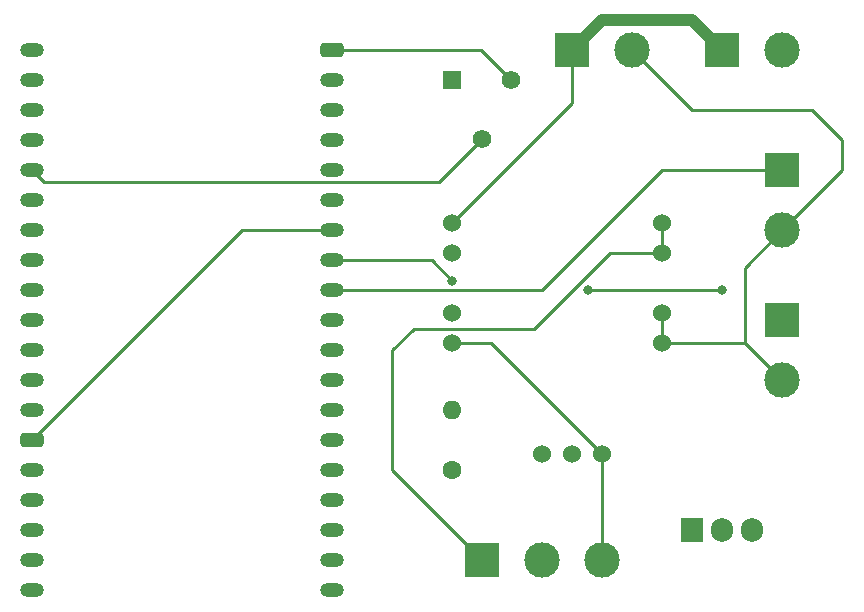
<source format=gbr>
%TF.GenerationSoftware,KiCad,Pcbnew,6.0.2+dfsg-1*%
%TF.CreationDate,2022-06-22T21:08:06-04:00*%
%TF.ProjectId,NodeMCU-32S,4e6f6465-4d43-4552-9d33-32532e6b6963,rev?*%
%TF.SameCoordinates,Original*%
%TF.FileFunction,Copper,L1,Top*%
%TF.FilePolarity,Positive*%
%FSLAX46Y46*%
G04 Gerber Fmt 4.6, Leading zero omitted, Abs format (unit mm)*
G04 Created by KiCad (PCBNEW 6.0.2+dfsg-1) date 2022-06-22 21:08:06*
%MOMM*%
%LPD*%
G01*
G04 APERTURE LIST*
G04 Aperture macros list*
%AMRoundRect*
0 Rectangle with rounded corners*
0 $1 Rounding radius*
0 $2 $3 $4 $5 $6 $7 $8 $9 X,Y pos of 4 corners*
0 Add a 4 corners polygon primitive as box body*
4,1,4,$2,$3,$4,$5,$6,$7,$8,$9,$2,$3,0*
0 Add four circle primitives for the rounded corners*
1,1,$1+$1,$2,$3*
1,1,$1+$1,$4,$5*
1,1,$1+$1,$6,$7*
1,1,$1+$1,$8,$9*
0 Add four rect primitives between the rounded corners*
20,1,$1+$1,$2,$3,$4,$5,0*
20,1,$1+$1,$4,$5,$6,$7,0*
20,1,$1+$1,$6,$7,$8,$9,0*
20,1,$1+$1,$8,$9,$2,$3,0*%
G04 Aperture macros list end*
%TA.AperFunction,ComponentPad*%
%ADD10R,3.000000X3.000000*%
%TD*%
%TA.AperFunction,ComponentPad*%
%ADD11C,3.000000*%
%TD*%
%TA.AperFunction,ComponentPad*%
%ADD12R,1.905000X2.000000*%
%TD*%
%TA.AperFunction,ComponentPad*%
%ADD13O,1.905000X2.000000*%
%TD*%
%TA.AperFunction,ComponentPad*%
%ADD14C,1.524000*%
%TD*%
%TA.AperFunction,ComponentPad*%
%ADD15R,1.560000X1.560000*%
%TD*%
%TA.AperFunction,ComponentPad*%
%ADD16C,1.560000*%
%TD*%
%TA.AperFunction,ComponentPad*%
%ADD17O,2.000000X1.200000*%
%TD*%
%TA.AperFunction,ComponentPad*%
%ADD18RoundRect,0.300000X-0.700000X0.300000X-0.700000X-0.300000X0.700000X-0.300000X0.700000X0.300000X0*%
%TD*%
%TA.AperFunction,ComponentPad*%
%ADD19C,1.600000*%
%TD*%
%TA.AperFunction,ComponentPad*%
%ADD20O,1.600000X1.600000*%
%TD*%
%TA.AperFunction,ViaPad*%
%ADD21C,0.800000*%
%TD*%
%TA.AperFunction,Conductor*%
%ADD22C,0.250000*%
%TD*%
%TA.AperFunction,Conductor*%
%ADD23C,1.000000*%
%TD*%
G04 APERTURE END LIST*
D10*
%TO.P,J5,1,Pin_1*%
%TO.N,+5V*%
X109220000Y-104140000D03*
D11*
%TO.P,J5,2,Pin_2*%
%TO.N,ENABLE*%
X114300000Y-104140000D03*
%TO.P,J5,3,Pin_3*%
%TO.N,GND*%
X119380000Y-104140000D03*
%TD*%
D12*
%TO.P,Q1,1,G*%
%TO.N,Net-(Q1-Pad1)*%
X127000000Y-101600000D03*
D13*
%TO.P,Q1,2,D*%
%TO.N,MOSFET_GND*%
X129540000Y-101600000D03*
%TO.P,Q1,3,S*%
%TO.N,GND*%
X132080000Y-101600000D03*
%TD*%
D14*
%TO.P,U2,1,IN+*%
%TO.N,VCC*%
X106680000Y-78085000D03*
X106680000Y-75545000D03*
%TO.P,U2,2,IN-*%
%TO.N,GND*%
X106680000Y-83165000D03*
X106680000Y-85705000D03*
%TO.P,U2,3,5v*%
%TO.N,+5V*%
X124460000Y-78085000D03*
X124460000Y-75545000D03*
%TO.P,U2,4,5v-*%
%TO.N,GND*%
X124460000Y-83165000D03*
X124460000Y-85705000D03*
%TD*%
D10*
%TO.P,J4,1,Pin_1*%
%TO.N,PUL*%
X134620000Y-83820000D03*
D11*
%TO.P,J4,2,Pin_2*%
%TO.N,GND*%
X134620000Y-88900000D03*
%TD*%
D10*
%TO.P,J2,1,Pin_1*%
%TO.N,VCC*%
X116840000Y-60960000D03*
D11*
%TO.P,J2,2,Pin_2*%
%TO.N,GND*%
X121920000Y-60960000D03*
%TD*%
D10*
%TO.P,J3,1,Pin_1*%
%TO.N,DIR*%
X134620000Y-71120000D03*
D11*
%TO.P,J3,2,Pin_2*%
%TO.N,GND*%
X134620000Y-76200000D03*
%TD*%
D15*
%TO.P,RV1,1,1*%
%TO.N,+5V*%
X106680000Y-63500000D03*
D16*
%TO.P,RV1,2,2*%
%TO.N,Net-(RV1-Pad2)*%
X109180000Y-68500000D03*
%TO.P,RV1,3,3*%
%TO.N,GND*%
X111680000Y-63500000D03*
%TD*%
D17*
%TO.P,U1,1,3V3*%
%TO.N,unconnected-(U1-Pad1)*%
X71123680Y-60962720D03*
%TO.P,U1,2,CHIP_PU*%
%TO.N,unconnected-(U1-Pad2)*%
X71123680Y-63502720D03*
%TO.P,U1,3,SENSOR_VP/GPIO36/ADC1_CH0*%
%TO.N,unconnected-(U1-Pad3)*%
X71123680Y-66042720D03*
%TO.P,U1,4,SENSOR_VN/GPIO39/ADC1_CH3*%
%TO.N,unconnected-(U1-Pad4)*%
X71123680Y-68582720D03*
%TO.P,U1,5,VDET_1/GPIO34/ADC1_CH6*%
%TO.N,Net-(RV1-Pad2)*%
X71123680Y-71122720D03*
%TO.P,U1,6,VDET_2/GPIO35/ADC1_CH7*%
%TO.N,unconnected-(U1-Pad6)*%
X71123680Y-73662720D03*
%TO.P,U1,7,32K_XP/GPIO32/ADC1_CH4*%
%TO.N,unconnected-(U1-Pad7)*%
X71123680Y-76202720D03*
%TO.P,U1,8,32K_XN/GPIO33/ADC1_CH5*%
%TO.N,unconnected-(U1-Pad8)*%
X71123680Y-78742720D03*
%TO.P,U1,9,DAC_1/ADC2_CH8/GPIO25*%
%TO.N,unconnected-(U1-Pad9)*%
X71123680Y-81282720D03*
%TO.P,U1,10,DAC_2/ADC2_CH9/GPIO26*%
%TO.N,unconnected-(U1-Pad10)*%
X71123680Y-83822720D03*
%TO.P,U1,11,ADC2_CH7/GPIO27*%
%TO.N,unconnected-(U1-Pad11)*%
X71123680Y-86362720D03*
%TO.P,U1,12,MTMS/GPIO14/ADC2_CH6*%
%TO.N,unconnected-(U1-Pad12)*%
X71123680Y-88902720D03*
%TO.P,U1,13,\u002AMTDI/GPIO12/ADC2_CH5*%
%TO.N,unconnected-(U1-Pad13)*%
X71123680Y-91442720D03*
D18*
%TO.P,U1,14,GND*%
%TO.N,GND*%
X71123680Y-93982720D03*
D17*
%TO.P,U1,15,MTCK/GPIO13/ADC2_CH4*%
%TO.N,unconnected-(U1-Pad15)*%
X71123680Y-96522720D03*
%TO.P,U1,16,SD_DATA2/GPIO9*%
%TO.N,unconnected-(U1-Pad16)*%
X71123680Y-99062720D03*
%TO.P,U1,17,SD_DATA3/GPIO10*%
%TO.N,unconnected-(U1-Pad17)*%
X71123680Y-101602720D03*
%TO.P,U1,18,CMD*%
%TO.N,unconnected-(U1-Pad18)*%
X71123680Y-104142720D03*
%TO.P,U1,19,5V*%
%TO.N,+5V*%
X71123680Y-106682720D03*
%TO.P,U1,20,SD_CLK/GPIO6*%
%TO.N,unconnected-(U1-Pad20)*%
X96520000Y-106680000D03*
%TO.P,U1,21,SD_DATA0/GPIO7*%
%TO.N,unconnected-(U1-Pad21)*%
X96520000Y-104140000D03*
%TO.P,U1,22,SD_DATA1/GPIO8*%
%TO.N,unconnected-(U1-Pad22)*%
X96523680Y-101602720D03*
%TO.P,U1,23,\u002AMTDO/GPIO15/ADC2_CH3*%
%TO.N,unconnected-(U1-Pad23)*%
X96523680Y-99062720D03*
%TO.P,U1,24,ADC2_CH2/\u002AGPIO2*%
%TO.N,unconnected-(U1-Pad24)*%
X96523680Y-96522720D03*
%TO.P,U1,25,\u002AGPIO0/BOOT/ADC2_CH1*%
%TO.N,unconnected-(U1-Pad25)*%
X96523680Y-93982720D03*
%TO.P,U1,26,ADC2_CH0/GPIO4*%
%TO.N,unconnected-(U1-Pad26)*%
X96523680Y-91442720D03*
%TO.P,U1,27,GPIO16*%
%TO.N,unconnected-(U1-Pad27)*%
X96523680Y-88902720D03*
%TO.P,U1,28,GPIO17*%
%TO.N,unconnected-(U1-Pad28)*%
X96523680Y-86362720D03*
%TO.P,U1,29,\u002AGPIO5*%
%TO.N,unconnected-(U1-Pad29)*%
X96523680Y-83822720D03*
%TO.P,U1,30,GPIO18*%
%TO.N,DIR*%
X96523680Y-81282720D03*
%TO.P,U1,31,GPIO19*%
%TO.N,PUL*%
X96523680Y-78742720D03*
%TO.P,U1,32,GND*%
%TO.N,GND*%
X96523680Y-76202720D03*
%TO.P,U1,33,GPIO21*%
%TO.N,unconnected-(U1-Pad33)*%
X96523680Y-73662720D03*
%TO.P,U1,34,U0RXD/GPIO3*%
%TO.N,unconnected-(U1-Pad34)*%
X96523680Y-71122720D03*
%TO.P,U1,35,U0TXD/GPIO1*%
%TO.N,unconnected-(U1-Pad35)*%
X96523680Y-68582720D03*
%TO.P,U1,36,GPIO22*%
%TO.N,unconnected-(U1-Pad36)*%
X96523680Y-66042720D03*
%TO.P,U1,37,GPIO23*%
%TO.N,ENABLE*%
X96523680Y-63502720D03*
D18*
%TO.P,U1,38,GND*%
%TO.N,GND*%
X96523680Y-60962720D03*
%TD*%
D19*
%TO.P,R1,1*%
%TO.N,ENABLE*%
X106680000Y-96520000D03*
D20*
%TO.P,R1,2*%
%TO.N,Net-(Q1-Pad1)*%
X106680000Y-91440000D03*
%TD*%
D14*
%TO.P,SW1,3,C*%
%TO.N,GND*%
X119380000Y-95155000D03*
%TO.P,SW1,2,B*%
%TO.N,Variable Ground*%
X116840000Y-95155000D03*
%TO.P,SW1,1,A*%
%TO.N,MOSFET_GND*%
X114300000Y-95155000D03*
%TD*%
D10*
%TO.P,J1,1,Pin_1*%
%TO.N,VCC*%
X129540000Y-60960000D03*
D11*
%TO.P,J1,2,Pin_2*%
%TO.N,Variable Ground*%
X134620000Y-60960000D03*
%TD*%
D21*
%TO.N,PUL*%
X118205500Y-81280000D03*
X129540000Y-81280000D03*
X106680000Y-80508220D03*
%TD*%
D22*
%TO.N,GND*%
X139700000Y-68580000D02*
X139700000Y-71120000D01*
X137160000Y-66040000D02*
X139700000Y-68580000D01*
X121920000Y-60960000D02*
X127000000Y-66040000D01*
X127000000Y-66040000D02*
X137160000Y-66040000D01*
X139700000Y-71120000D02*
X134620000Y-76200000D01*
%TO.N,VCC*%
X116840000Y-65385000D02*
X106680000Y-75545000D01*
D23*
X116840000Y-60960000D02*
X119380000Y-58420000D01*
X119380000Y-58420000D02*
X127000000Y-58420000D01*
X127000000Y-58420000D02*
X129540000Y-60960000D01*
D22*
X116840000Y-60960000D02*
X116840000Y-65385000D01*
%TO.N,GND*%
X131425000Y-85705000D02*
X134620000Y-88900000D01*
X109142720Y-60962720D02*
X111680000Y-63500000D01*
X124460000Y-83165000D02*
X124460000Y-85705000D01*
X96523680Y-60962720D02*
X109142720Y-60962720D01*
X119380000Y-95155000D02*
X119380000Y-104140000D01*
X106680000Y-85705000D02*
X109930000Y-85705000D01*
X96523680Y-76202720D02*
X88903680Y-76202720D01*
X131425000Y-79395000D02*
X131425000Y-85705000D01*
X109930000Y-85705000D02*
X119380000Y-95155000D01*
X124460000Y-85705000D02*
X131425000Y-85705000D01*
X134620000Y-76200000D02*
X131425000Y-79395000D01*
X88903680Y-76202720D02*
X71123680Y-93982720D01*
%TO.N,DIR*%
X124460000Y-71120000D02*
X134620000Y-71120000D01*
X96523680Y-81282720D02*
X114297280Y-81282720D01*
X114297280Y-81282720D02*
X124460000Y-71120000D01*
%TO.N,PUL*%
X104914500Y-78742720D02*
X96523680Y-78742720D01*
X106680000Y-80508220D02*
X104914500Y-78742720D01*
X129540000Y-81280000D02*
X118205500Y-81280000D01*
%TO.N,+5V*%
X124460000Y-78085000D02*
X120035000Y-78085000D01*
X120035000Y-78085000D02*
X113551511Y-84568489D01*
X103391511Y-84568489D02*
X101600000Y-86360000D01*
X101600000Y-86360000D02*
X101600000Y-96520000D01*
X113551511Y-84568489D02*
X103391511Y-84568489D01*
X124460000Y-75545000D02*
X124460000Y-78740000D01*
X101600000Y-96520000D02*
X109220000Y-104140000D01*
%TO.N,Net-(RV1-Pad2)*%
X105582760Y-72097240D02*
X109180000Y-68500000D01*
X72098200Y-72097240D02*
X105582760Y-72097240D01*
X71123680Y-71122720D02*
X72098200Y-72097240D01*
%TD*%
M02*

</source>
